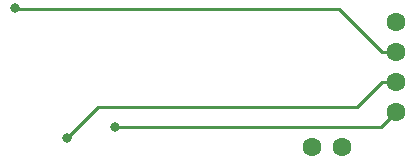
<source format=gbr>
G04 #@! TF.GenerationSoftware,KiCad,Pcbnew,5.0.2+dfsg1-1~bpo9+1*
G04 #@! TF.CreationDate,2021-03-14T19:34:14+00:00*
G04 #@! TF.ProjectId,gameboy_cart_screen,67616d65-626f-4795-9f63-6172745f7363,rev?*
G04 #@! TF.SameCoordinates,Original*
G04 #@! TF.FileFunction,Copper,L2,Bot*
G04 #@! TF.FilePolarity,Positive*
%FSLAX46Y46*%
G04 Gerber Fmt 4.6, Leading zero omitted, Abs format (unit mm)*
G04 Created by KiCad (PCBNEW 5.0.2+dfsg1-1~bpo9+1) date Sun 14 Mar 2021 19:34:14 GMT*
%MOMM*%
%LPD*%
G01*
G04 APERTURE LIST*
G04 #@! TA.AperFunction,ComponentPad*
%ADD10C,1.600000*%
G04 #@! TD*
G04 #@! TA.AperFunction,ViaPad*
%ADD11C,0.800000*%
G04 #@! TD*
G04 #@! TA.AperFunction,Conductor*
%ADD12C,0.250000*%
G04 #@! TD*
G04 APERTURE END LIST*
D10*
G04 #@! TO.P,U1,1*
G04 #@! TO.N,Net-(U1-Pad1)*
X172095080Y-68950000D03*
G04 #@! TO.P,U1,2*
G04 #@! TO.N,Net-(U1-Pad2)*
X172095080Y-71490000D03*
G04 #@! TO.P,U1,3*
G04 #@! TO.N,Net-(U1-Pad3)*
X172090000Y-74030000D03*
G04 #@! TO.P,U1,4*
G04 #@! TO.N,Net-(U1-Pad4)*
X172095080Y-76570000D03*
G04 #@! TD*
G04 #@! TO.P,U3,1*
G04 #@! TO.N,Net-(U1-Pad1)*
X167550000Y-79500000D03*
G04 #@! TO.P,U3,2*
G04 #@! TO.N,Net-(U1-Pad2)*
X165010000Y-79500000D03*
G04 #@! TD*
D11*
G04 #@! TO.N,Net-(U1-Pad4)*
X148310000Y-77850000D03*
G04 #@! TO.N,Net-(U1-Pad3)*
X144290000Y-78780000D03*
G04 #@! TO.N,Net-(U1-Pad2)*
X139820000Y-67760000D03*
G04 #@! TD*
D12*
G04 #@! TO.N,Net-(U1-Pad4)*
X170815080Y-77850000D02*
X148310000Y-77850000D01*
X172095080Y-76570000D02*
X170815080Y-77850000D01*
G04 #@! TO.N,Net-(U1-Pad3)*
X170958630Y-74030000D02*
X168838630Y-76150000D01*
X172090000Y-74030000D02*
X170958630Y-74030000D01*
X146920000Y-76150000D02*
X144290000Y-78780000D01*
X168838630Y-76150000D02*
X146920000Y-76150000D01*
G04 #@! TO.N,Net-(U1-Pad2)*
X170963710Y-71490000D02*
X167293710Y-67820000D01*
X172095080Y-71490000D02*
X170963710Y-71490000D01*
X139880000Y-67820000D02*
X139820000Y-67760000D01*
X167293710Y-67820000D02*
X139880000Y-67820000D01*
G04 #@! TD*
M02*

</source>
